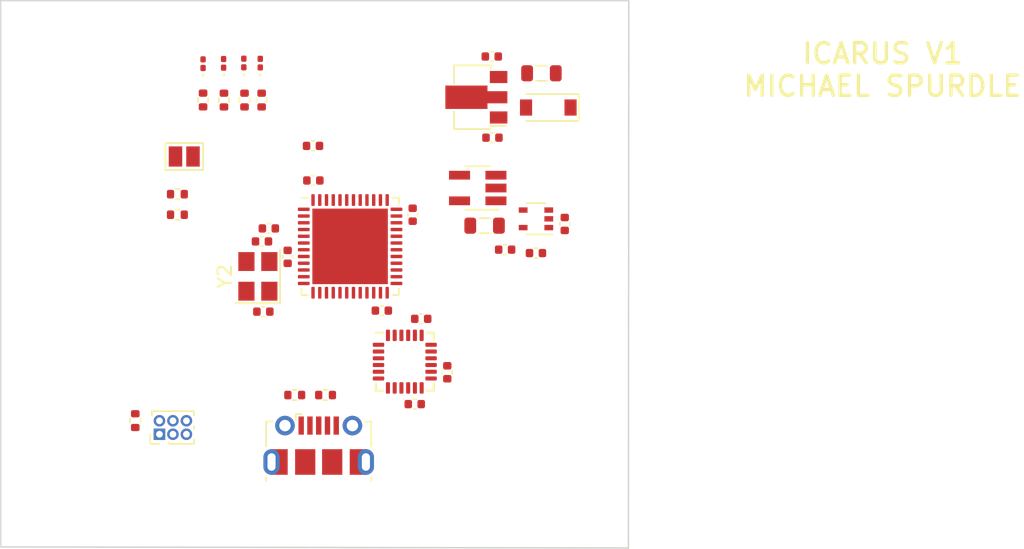
<source format=kicad_pcb>
(kicad_pcb (version 20211014) (generator pcbnew)
  (layers (0 "F.Cu" signal) (1 "In1.Cu" signal) (2 "In2.Cu" signal) (31 "B.Cu" signal) (34 "B.Paste" user) (35 "F.Paste" user) (36 "B.SilkS" user "B.Silkscreen") (37 "F.SilkS" user "F.Silkscreen") (38 "B.Mask" user) (39 "F.Mask" user) (44 "Edge.Cuts" user))
  (net 0 "")
  (net 1 "Net-(C1-Pad1)")
  (net 2 "GND")
  (net 3 "Net-(C2-Pad1)")
  (net 4 "Net-(C3-Pad1)")
  (net 5 "3.3V")
  (net 6 "5V")
  (net 7 "Net-(C6-Pad1)")
  (net 8 "Net-(C7-Pad1)")
  (net 9 "Net-(C8-Pad1)")
  (net 10 "HSE_IN")
  (net 11 "RESET")
  (net 12 "HSE_OUT")
  (net 13 "Net-(D1-Pad1)")
  (net 14 "VCC")
  (net 15 "+5VA")
  (net 16 "Net-(D3-Pad2)")
  (net 17 "Net-(D4-Pad2)")
  (net 18 "Net-(D5-Pad2)")
  (net 19 "Net-(D6-Pad2)")
  (net 20 "Net-(F1-Pad2)")
  (net 21 "Net-(J1-Pad2)")
  (net 22 "SWCLK")
  (net 23 "SWO")
  (net 24 "Net-(J2-Pad2)")
  (net 25 "Net-(J2-Pad3)")
  (net 27 "SWDIO")
  (net 28 "USB D+")
  (net 29 "USB D-")
  (net 30 "Net-(R4-Pad1)")
  (net 31 "Net-(R7-Pad2)")
  (net 32 "LED0")
  (net 33 "LED1")
  (net 36 "NSS")
  (net 37 "MISO")
  (net 38 "MPU EXTI")
  (net 39 "SCLK")
  (net 40 "MOSI")
  (net 41 "ENABLE")
  (net 43 "NRST")
  (net 46 "TX2")
  (net 47 "RX2")
  (net 51 "NSS2")
  (net 52 "MISO2")
  (net 53 "MOSI2")
  (net 55 "TX")
  (net 56 "RX")
  (net 63 "SERIAL TIMER")
  (footprint "Capacitor_SMD:C_0402_1005Metric" (layer "F.Cu") (at 170.5356 88.0364 180)
    (fp_text reference "C5" hide)
    (fp_text value "0.1u" hide)
    (fp_line (start -0.107836 0.36) (end 0.107836 0.36) (layer "F.SilkS") (width 0.12))
    (fp_line (start -0.107836 -0.36) (end 0.107836 -0.36) (layer "F.SilkS") (width 0.12))
    (pad "1" smd roundrect (at -0.48 0 180) (size 0.56 0.62) (layers "F.Cu" "F.Paste" "F.Mask") (net 6 "5V"))
    (pad "2" smd roundrect (at 0.48 0 180) (size 0.56 0.62) (layers "F.Cu" "F.Paste" "F.Mask") (net 2 "GND"))
  )
  (footprint "Capacitor_SMD:C_0402_1005Metric" (layer "F.Cu") (at 167.1828 105.4354 -90)
    (fp_text reference "C4" hide)
    (fp_text value "0.1u" hide)
    (fp_line (start -0.107836 -0.36) (end 0.107836 -0.36) (layer "F.SilkS") (width 0.12))
    (fp_line (start -0.107836 0.36) (end 0.107836 0.36) (layer "F.SilkS") (width 0.12))
    (pad "1" smd roundrect (at -0.48 0 270) (size 0.56 0.62) (layers "F.Cu" "F.Paste" "F.Mask") (net 2 "GND"))
    (pad "2" smd roundrect (at 0.48 0 270) (size 0.56 0.62) (layers "F.Cu" "F.Paste" "F.Mask") (net 5 "3.3V"))
  )
  (footprint "Resistor_SMD:R_0402_1005Metric" (layer "F.Cu") (at 152.146 85.2468 90)
    (fp_text reference "R11" hide)
    (fp_text value "1.2k" hide)
    (fp_line (start -0.153641 0.38) (end 0.153641 0.38) (layer "F.SilkS") (width 0.12))
    (fp_line (start -0.153641 -0.38) (end 0.153641 -0.38) (layer "F.SilkS") (width 0.12))
    (pad "1" smd roundrect (at -0.51 0 90) (size 0.54 0.64) (layers "F.Cu" "F.Paste" "F.Mask") (net 6 "5V"))
    (pad "2" smd roundrect (at 0.51 0 90) (size 0.54 0.64) (layers "F.Cu" "F.Paste" "F.Mask") (net 19 "Net-(D6-Pad2)"))
  )
  (footprint "Resistor_SMD:R_0402_1005Metric" (layer "F.Cu") (at 149.0726 85.2424 90)
    (fp_text reference "R9" hide)
    (fp_text value "1.2k" hide)
    (fp_line (start -0.153641 -0.38) (end 0.153641 -0.38) (layer "F.SilkS") (width 0.12))
    (fp_line (start -0.153641 0.38) (end 0.153641 0.38) (layer "F.SilkS") (width 0.12))
    (pad "1" smd roundrect (at -0.51 0 90) (size 0.54 0.64) (layers "F.Cu" "F.Paste" "F.Mask") (net 33 "LED1"))
    (pad "2" smd roundrect (at 0.51 0 90) (size 0.54 0.64) (layers "F.Cu" "F.Paste" "F.Mask") (net 17 "Net-(D4-Pad2)"))
  )
  (footprint "Resistor_SMD:R_0402_1005Metric" (layer "F.Cu") (at 150.622 85.2468 90)
    (fp_text reference "R10" hide)
    (fp_text value "1.2k" hide)
    (fp_line (start -0.153641 0.38) (end 0.153641 0.38) (layer "F.SilkS") (width 0.12))
    (fp_line (start -0.153641 -0.38) (end 0.153641 -0.38) (layer "F.SilkS") (width 0.12))
    (pad "1" smd roundrect (at -0.51 0 90) (size 0.54 0.64) (layers "F.Cu" "F.Paste" "F.Mask") (net 5 "3.3V"))
    (pad "2" smd roundrect (at 0.51 0 90) (size 0.54 0.64) (layers "F.Cu" "F.Paste" "F.Mask") (net 18 "Net-(D5-Pad2)"))
  )
  (footprint "Resistor_SMD:R_0402_1005Metric" (layer "F.Cu") (at 153.416 85.2468 90)
    (fp_text reference "R8" hide)
    (fp_text value "1.2k" hide)
    (fp_line (start -0.153641 -0.38) (end 0.153641 -0.38) (layer "F.SilkS") (width 0.12))
    (fp_line (start -0.153641 0.38) (end 0.153641 0.38) (layer "F.SilkS") (width 0.12))
    (pad "1" smd roundrect (at -0.51 0 90) (size 0.54 0.64) (layers "F.Cu" "F.Paste" "F.Mask") (net 32 "LED0"))
    (pad "2" smd roundrect (at 0.51 0 90) (size 0.54 0.64) (layers "F.Cu" "F.Paste" "F.Mask") (net 16 "Net-(D3-Pad2)"))
  )
  (footprint "Capacitor_SMD:C_0402_1005Metric" (layer "F.Cu") (at 175.895 94.4372 90)
    (fp_text reference "C8" hide)
    (fp_text value "1u" hide)
    (fp_line (start -0.107836 0.36) (end 0.107836 0.36) (layer "F.SilkS") (width 0.12))
    (fp_line (start -0.107836 -0.36) (end 0.107836 -0.36) (layer "F.SilkS") (width 0.12))
    (pad "1" smd roundrect (at -0.48 0 90) (size 0.56 0.62) (layers "F.Cu" "F.Paste" "F.Mask") (net 9 "Net-(C8-Pad1)"))
    (pad "2" smd roundrect (at 0.48 0 90) (size 0.56 0.62) (layers "F.Cu" "F.Paste" "F.Mask") (net 2 "GND"))
  )
  (footprint "LED_SMD:LED_0201_0603Metric" (layer "F.Cu") (at 150.5966 82.5246 90)
    (fp_text reference "D5" hide)
    (fp_text value "3.3V" hide)
    (fp_circle (center -0.86 0) (end -0.81 0) (layer "F.SilkS") (width 0.1) (fill none))
    (pad "1" smd roundrect (at -0.32 0 90) (size 0.46 0.4) (layers "F.Cu" "F.Mask") (net 2 "GND"))
    (pad "2" smd roundrect (at 0.32 0 90) (size 0.46 0.4) (layers "F.Cu" "F.Mask") (net 18 "Net-(D5-Pad2)"))
  )
  (footprint "Crystal:Crystal_SMD_3225-4Pin_3.2x2.5mm" (layer "F.Cu") (at 153.1366 98.3234 90)
    (fp_text reference "Y2" (at 0 -2.45 90) (layer "F.SilkS"))
    (fp_text value "YSX321SL")
    (fp_line (start -2 1.65) (end 2 1.65) (layer "F.SilkS") (width 0.12))
    (fp_line (start -2 -1.65) (end -2 1.65) (layer "F.SilkS") (width 0.12))
    (pad "1" smd rect (at -1.1 0.85 90) (size 1.4 1.2) (layers "F.Cu" "F.Paste" "F.Mask") (net 10 "HSE_IN"))
    (pad "2" smd rect (at 1.1 0.85 90) (size 1.4 1.2) (layers "F.Cu" "F.Paste" "F.Mask") (net 12 "HSE_OUT"))
    (pad "3" smd rect (at 1.1 -0.85 90) (size 1.4 1.2) (layers "F.Cu" "F.Paste" "F.Mask"))
    (pad "4" smd rect (at -1.1 -0.85 90) (size 1.4 1.2) (layers "F.Cu" "F.Paste" "F.Mask"))
  )
  (footprint "Resistor_SMD:R_0402_1005Metric" (layer "F.Cu") (at 155.8704 107.1247)
    (fp_text reference "R3" hide)
    (fp_text value "22" hide)
    (fp_line (start -0.153641 0.38) (end 0.153641 0.38) (layer "F.SilkS") (width 0.12))
    (fp_line (start -0.153641 -0.38) (end 0.153641 -0.38) (layer "F.SilkS") (width 0.12))
    (pad "1" smd roundrect (at -0.51 0) (size 0.54 0.64) (layers "F.Cu" "F.Paste" "F.Mask") (net 24 "Net-(J2-Pad2)"))
    (pad "2" smd roundrect (at 0.51 0) (size 0.54 0.64) (layers "F.Cu" "F.Paste" "F.Mask") (net 29 "USB D-"))
  )
  (footprint "Capacitor_SMD:C_0402_1005Metric" (layer "F.Cu") (at 157.2514 91.2114)
    (fp_text reference "C14" hide)
    (fp_text value "100n" hide)
    (fp_line (start -0.107836 -0.36) (end 0.107836 -0.36) (layer "F.SilkS") (width 0.12))
    (fp_line (start -0.107836 0.36) (end 0.107836 0.36) (layer "F.SilkS") (width 0.12))
    (pad "1" smd roundrect (at -0.48 0) (size 0.56 0.62) (layers "F.Cu" "F.Paste" "F.Mask") (net 5 "3.3V"))
    (pad "2" smd roundrect (at 0.48 0) (size 0.56 0.62) (layers "F.Cu" "F.Paste" "F.Mask") (net 2 "GND"))
  )
  (footprint "Package_DFN_QFN:QFN-48-1EP_7x7mm_P0.5mm_EP5.6x5.6mm" (layer "F.Cu") (at 159.9774 96.0994)
    (fp_text reference "U4" hide)
    (fp_text value "STM32F411CEU6" hide)
    (fp_line (start 3.135 3.61) (end 3.61 3.61) (layer "F.SilkS") (width 0.12))
    (fp_line (start -3.135 -3.61) (end -3.61 -3.61) (layer "F.SilkS") (width 0.12))
    (fp_line (start 3.135 -3.61) (end 3.61 -3.61) (layer "F.SilkS") (width 0.12))
    (fp_line (start -3.61 3.61) (end -3.61 3.135) (layer "F.SilkS") (width 0.12))
    (fp_line (start -3.135 3.61) (end -3.61 3.61) (layer "F.SilkS") (width 0.12))
    (fp_line (start 3.61 3.61) (end 3.61 3.135) (layer "F.SilkS") (width 0.12))
    (fp_line (start 3.61 -3.61) (end 3.61 -3.135) (layer "F.SilkS") (width 0.12))
    (pad "1" smd roundrect (at -3.4375 -2.75) (size 0.875 0.25) (layers "F.Cu" "F.Paste" "F.Mask") (net 5 "3.3V"))
    (pad "2" smd roundrect (at -3.4375 -2.25) (size 0.875 0.25) (layers "F.Cu" "F.Paste" "F.Mask") (net 32 "LED0"))
    (pad "3" smd roundrect (at -3.4375 -1.75) (size 0.875 0.25) (layers "F.Cu" "F.Paste" "F.Mask") (net 33 "LED1"))
    (pad "4" smd roundrect (at -3.4375 -1.25) (size 0.875 0.25) (layers "F.Cu" "F.Paste" "F.Mask"))
    (pad "5" smd roundrect (at -3.4375 -0.75) (size 0.875 0.25) (layers "F.Cu" "F.Paste" "F.Mask") (net 10 "HSE_IN"))
    (pad "6" smd roundrect (at -3.4375 -0.25) (size 0.875 0.25) (layers "F.Cu" "F.Paste" "F.Mask") (net 12 "HSE_OUT"))
    (pad "7" smd roundrect (at -3.4375 0.25) (size 0.875 0.25) (layers "F.Cu" "F.Paste" "F.Mask") (net 43 "NRST"))
    (pad "8" smd roundrect (at -3.4375 0.75) (size 0.875 0.25) (layers "F.Cu" "F.Paste" "F.Mask") (net 2 "GND"))
    (pad "9" smd roundrect (at -3.4375 1.25) (size 0.875 0.25) (layers "F.Cu" "F.Paste" "F.Mask") (net 5 "3.3V"))
    (pad "10" smd roundrect (at -3.4375 1.75) (size 0.875 0.25) (layers "F.Cu" "F.Paste" "F.Mask"))
    (pad "11" smd roundrect (at -3.4375 2.25) (size 0.875 0.25) (layers "F.Cu" "F.Paste" "F.Mask"))
    (pad "12" smd roundrect (at -3.4375 2.75) (size 0.875 0.25) (layers "F.Cu" "F.Paste" "F.Mask") (net 46 "TX2"))
    (pad "13" smd roundrect (at -2.75 3.4375) (size 0.25 0.875) (layers "F.Cu" "F.Paste" "F.Mask") (net 47 "RX2"))
    (pad "14" smd roundrect (at -2.25 3.4375) (size 0.25 0.875) (layers "F.Cu" "F.Paste" "F.Mask") (net 36 "NSS"))
    (pad "15" smd roundrect (at -1.75 3.4375) (size 0.25 0.875) (layers "F.Cu" "F.Paste" "F.Mask") (net 39 "SCLK"))
    (pad "16" smd roundrect (at -1.25 3.4375) (size 0.25 0.875) (layers "F.Cu" "F.Paste" "F.Mask") (net 37 "MISO"))
    (pad "17" smd roundrect (at -0.75 3.4375) (size 0.25 0.875) (layers "F.Cu" "F.Paste" "F.Mask") (net 40 "MOSI"))
    (pad "18" smd roundrect (at -0.25 3.4375) (size 0.25 0.875) (layers "F.Cu" "F.Paste" "F.Mask") (net 38 "MPU EXTI"))
    (pad "19" smd roundrect (at 0.25 3.4375) (size 0.25 0.875) (layers "F.Cu" "F.Paste" "F.Mask"))
    (pad "20" smd roundrect (at 0.75 3.4375) (size 0.25 0.875) (layers "F.Cu" "F.Paste" "F.Mask"))
    (pad "21" smd roundrect (at 1.25 3.4375) (size 0.25 0.875) (layers "F.Cu" "F.Paste" "F.Mask"))
    (pad "22" smd roundrect (at 1.75 3.4375) (size 0.25 0.875) (layers "F.Cu" "F.Paste" "F.Mask") (net 7 "Net-(C6-Pad1)"))
    (pad "23" smd roundrect (at 2.25 3.4375) (size 0.25 0.875) (layers "F.Cu" "F.Paste" "F.Mask") (net 2 "GND"))
    (pad "24" smd roundrect (at 2.75 3.4375) (size 0.25 0.875) (layers "F.Cu" "F.Paste" "F.Mask") (net 5 "3.3V"))
    (pad "25" smd roundrect (at 3.4375 2.75) (size 0.875 0.25) (layers "F.Cu" "F.Paste" "F.Mask") (net 51 "NSS2"))
    (pad "26" smd roundrect (at 3.4375 2.25) (size 0.875 0.25) (layers "F.Cu" "F.Paste" "F.Mask") (net 51 "NSS2"))
    (pad "27" smd roundrect (at 3.4375 1.75) (size 0.875 0.25) (layers "F.Cu" "F.Paste" "F.Mask") (net 52 "MISO2"))
    (pad "28" smd roundrect (at 3.4375 1.25) (size 0.875 0.25) (layers "F.Cu" "F.Paste" "F.Mask") (net 53 "MOSI2"))
    (pad "29" smd roundrect (at 3.4375 0.75) (size 0.875 0.25) (layers "F.Cu" "F.Paste" "F.Mask"))
    (pad "30" smd roundrect (at 3.4375 0.25) (size 0.875 0.25) (layers "F.Cu" "F.Paste" "F.Mask") (net 55 "TX"))
    (pad "31" smd roundrect (at 3.4375 -0.25) (size 0.875 0.25) (layers "F.Cu" "F.Paste" "F.Mask") (net 56 "RX"))
    (pad "32" smd roundrect (at 3.4375 -0.75) (size 0.875 0.25) (layers "F.Cu" "F.Paste" "F.Mask") (net 29 "USB D-"))
    (pad "33" smd roundrect (at 3.4375 -1.25) (size 0.875 0.25) (layers "F.Cu" "F.Paste" "F.Mask") (net 28 "USB D+"))
    (pad "34" smd roundrect (at 3.4375 -1.75) (size 0.875 0.25) (layers "F.Cu" "F.Paste" "F.Mask") (net 27 "SWDIO"))
    (pad "35" smd roundrect (at 3.4375 -2.25) (size 0.875 0.25) (layers "F.Cu" "F.Paste" "F.Mask") (net 2 "GND"))
    (pad "36" smd roundrect (at 3.4375 -2.75) (size 0.875 0.25) (layers "F.Cu" "F.Paste" "F.Mask") (net 5 "3.3V"))
    (pad "37" smd roundrect (at 2.75 -3.4375) (size 0.25 0.875) (layers "F.Cu" "F.Paste" "F.Mask") (net 22 "SWCLK"))
    (pad "38" smd roundrect (at 2.25 -3.4375) (size 0.25 0.875) (layers "F.Cu" "F.Paste" "F.Mask"))
    (pad "39" smd roundrect (at 1.75 -3.4375) (size 0.25 0.875) (layers "F.Cu" "F.Paste" "F.Mask") (net 23 "SWO"))
    (pad "40" smd roundrect (at 1.25 -3.4375) (size 0.25 0.875) (layers "F.Cu" "F.Paste" "F.Mask"))
    (pad "41" smd roundrect (at 0.75 -3.4375) (size 0.25 0.875) (layers "F.Cu" "F.Paste" "F.Mask"))
    (pad "42" smd roundrect (at 0.25 -3.4375) (size 0.25 0.875) (layers "F.Cu" "F.Paste" "F.Mask"))
    (pad "43" smd roundrect (at -0.25 -3.4375) (size 0.25 0.875) (layers "F.Cu" "F.Paste" "F.Mask"))
    (pad "44" smd roundrect (at -0.75 -3.4375) (size 0.25 0.875) (layers "F.Cu" "F.Paste" "F.Mask") (net 31 "Net-(R7-Pad2)"))
    (pad "45" smd roundrect (at -1.25 -3.4375) (size 0.25 0.875) (layers "F.Cu" "F.Paste" "F.Mask"))
    (pad "46" smd roundrect (at -1.75 -3.4375) (size 0.25 0.875) (layers "F.Cu" "F.Paste" "F.Mask") (net 63 "SERIAL TIMER"))
    (pad "47" smd roundrect (at -2.25 -3.4375) (size 0.25 0.875) (layers "F.Cu" "F.Paste" "F.Mask") (net 2 "GND"))
    (pad "48" smd roundrect (at -2.75 -3.4375) (size 0.25 0.875) (layers "F.Cu" "F.Paste" "F.Mask") (net 5 "3.3V"))
    (pad "49" smd rect (at 0 0) (size 5.6 5.6) (layers "F.Cu" "F.Mask") (net 2 "GND"))
  )
  (footprint "Capacitor_SMD:C_0402_1005Metric" (layer "F.Cu") (at 162.3314 100.8634 180)
    (fp_text reference "C13" hide)
    (fp_text value "100n" hide)
    (fp_line (start -0.107836 0.36) (end 0.107836 0.36) (layer "F.SilkS") (width 0.12))
    (fp_line (start -0.107836 -0.36) (end 0.107836 -0.36) (layer "F.SilkS") (width 0.12))
    (pad "1" smd roundrect (at -0.48 0 180) (size 0.56 0.62) (layers "F.Cu" "F.Paste" "F.Mask") (net 5 "3.3V"))
    (pad "2" smd roundrect (at 0.48 0 180) (size 0.56 0.62) (layers "F.Cu" "F.Paste" "F.Mask") (net 2 "GND"))
  )
  (footprint "Inductor_SMD:L_0805_2012Metric" (layer "F.Cu") (at 174.1678 83.2612 180)
    (fp_text reference "FB1" hide)
    (fp_text value "GZ2012D101TF" hide)
    (fp_line (start -0.399622 -0.56) (end 0.399622 -0.56) (layer "F.SilkS") (width 0.12))
    (fp_line (start -0.399622 0.56) (end 0.399622 0.56) (layer "F.SilkS") (width 0.12))
    (pad "1" smd roundrect (at -1.0625 0 180) (size 0.875 1.2) (layers "F.Cu" "F.Paste" "F.Mask") (net 20 "Net-(F1-Pad2)"))
    (pad "2" smd roundrect (at 1.0625 0 180) (size 0.875 1.2) (layers "F.Cu" "F.Paste" "F.Mask") (net 1 "Net-(C1-Pad1)"))
  )
  (footprint "Jumper:SolderJumper-2_P1.3mm_Open_Pad1.0x1.5mm" (layer "F.Cu") (at 147.6756 89.4334)
    (fp_text reference "SW1" hide)
    (fp_text value "SW_SPST" hide)
    (fp_line (start 1.4 1) (end -1.4 1) (layer "F.SilkS") (width 0.12))
    (fp_line (start 1.4 -1) (end 1.4 1) (layer "F.SilkS") (width 0.12))
    (fp_line (start -1.4 -1) (end 1.4 -1) (layer "F.SilkS") (width 0.12))
    (fp_line (start -1.4 1) (end -1.4 -1) (layer "F.SilkS") (width 0.12))
    (pad "1" smd rect (at -0.65 0) (size 1 1.5) (layers "F.Cu" "F.Mask") (net 30 "Net-(R4-Pad1)"))
    (pad "2" smd rect (at 0.65 0) (size 1 1.5) (layers "F.Cu" "F.Mask") (net 5 "3.3V"))
  )
  (footprint "Resistor_SMD:R_0402_1005Metric" (layer "F.Cu") (at 158.1564 107.1247)
    (fp_text reference "R2" hide)
    (fp_text value "22" hide)
    (fp_line (start -0.153641 -0.38) (end 0.153641 -0.38) (layer "F.SilkS") (width 0.12))
    (fp_line (start -0.153641 0.38) (end 0.153641 0.38) (layer "F.SilkS") (width 0.12))
    (pad "1" smd roundrect (at -0.51 0) (size 0.54 0.64) (layers "F.Cu" "F.Paste" "F.Mask") (net 25 "Net-(J2-Pad3)"))
    (pad "2" smd roundrect (at 0.51 0) (size 0.54 0.64) (layers "F.Cu" "F.Paste" "F.Mask") (net 28 "USB D+"))
  )
  (footprint "Connector_USB:USB_Micro-B_Molex-105017-0001" (layer "F.Cu") (at 157.6484 110.8527)
    (fp_text reference "J2" hide)
    (fp_text value "USB_B_Micro" hide)
    (fp_line (start -1.7 -2.3125) (end -1.25 -2.3125) (layer "F.SilkS") (width 0.12))
    (fp_line (start 3.9 2.6375) (end 3.9 2.3875) (layer "F.SilkS") (width 0.12))
    (fp_line (start 3.9 0.0875) (end 3.9 -1.7625) (layer "F.SilkS") (width 0.12))
    (fp_line (start -1.7 -2.3125) (end -1.7 -1.8625) (layer "F.SilkS") (width 0.12))
    (fp_line (start -3.9 -1.7625) (end -3.45 -1.7625) (layer "F.SilkS") (width 0.12))
    (fp_line (start -3.9 0.0875) (end -3.9 -1.7625) (layer "F.SilkS") (width 0.12))
    (fp_line (start -3.9 2.6375) (end -3.9 2.3875) (layer "F.SilkS") (width 0.12))
    (fp_line (start 3.9 -1.7625) (end 3.45 -1.7625) (layer "F.SilkS") (width 0.12))
    (pad "1" smd rect (at -1.3 -1.4625) (size 0.4 1.35) (layers "F.Cu" "F.Paste" "F.Mask") (net 15 "+5VA"))
    (pad "2" smd rect (at -0.65 -1.4625) (size 0.4 1.35) (layers "F.Cu" "F.Paste" "F.Mask") (net 24 "Net-(J2-Pad2)"))
    (pad "3" smd rect (at 0 -1.4625) (size 0.4 1.35) (layers "F.Cu" "F.Paste" "F.Mask") (net 25 "Net-(J2-Pad3)"))
    (pad "4" smd rect (at 0.65 -1.4625) (size 0.4 1.35) (layers "F.Cu" "F.Paste" "F.Mask"))
    (pad "5" smd rect (at 1.3 -1.4625) (size 0.4 1.35) (layers "F.Cu" "F.Paste" "F.Mask") (net 2 "GND"))
    (pad "6" thru_hole oval (at 3.5 1.2375) (size 1.2 1.9) (drill oval 0.6 1.3) (layers *.Cu *.Mask) (net 2 "GND"))
    (pad "6" smd rect (at 2.9 1.2375) (size 1.2 1.9) (layers "F.Cu" "F.Mask") (net 2 "GND"))
    (pad "6" smd rect (at -1 1.2375) (size 1.5 1.9) (layers "F.Cu" "F.Paste" "F.Mask") (net 2 "GND"))
    (pad "6" smd rect (at -2.9 1.2375) (size 1.2 1.9) (layers "F.Cu" "F.Mask") (net 2 "GND"))
    (pad "6" thru_hole circle (at 2.5 -1.4625) (size 1.45 1.45) (drill 0.85) (layers *.Cu *.Mask) (net 2 "GND"))
    (pad "6" thru_hole circle (at -2.5 -1.4625) (size 1.45 1.45) (drill 0.85) (layers *.Cu *.Mask) (net 2 "GND"))
    (pad "6" thru_hole oval (at -3.5 1.2375 180) (size 1.2 1.9) (drill oval 0.6 1.3) (layers *.Cu *.Mask) (net 2 "GND"))
    (pad "6" smd rect (at 1 1.2375) (size 1.5 1.9) (layers "F.Cu" "F.Paste" "F.Mask") (net 2 "GND"))
  )
  (footprint "Resistor_SMD:R_0402_1005Metric" (layer "F.Cu") (at 147.1676 92.2274)
    (fp_text reference "R7" hide)
    (fp_text value "47k" hide)
    (fp_line (start -0.153641 0.38) (end 0.153641 0.38) (layer "F.SilkS") (width 0.12))
    (fp_line (start -0.153641 -0.38) (end 0.153641 -0.38) (layer "F.SilkS") (width 0.12))
    (pad "1" smd roundrect (at -0.51 0) (size 0.54 0.64) (layers "F.Cu" "F.Paste" "F.Mask") (net 30 "Net-(R4-Pad1)"))
    (pad "2" smd roundrect (at 0.51 0) (size 0.54 0.64) (layers "F.Cu" "F.Paste" "F.Mask") (net 31 "Net-(R7-Pad2)"))
  )
  (footprint "Capacitor_SMD:C_0402_1005Metric" (layer "F.Cu") (at 165.2524 101.473)
    (fp_text reference "C3" hide)
    (fp_text value "2.2n" hide)
    (fp_line (start -0.107836 0.36) (end 0.107836 0.36) (layer "F.SilkS") (width 0.12))
    (fp_line (start -0.107836 -0.36) (end 0.107836 -0.36) (layer "F.SilkS") (width 0.12))
    (pad "1" smd roundrect (at -0.48 0) (size 0.56 0.62) (layers "F.Cu" "F.Paste" "F.Mask") (net 4 "Net-(C3-Pad1)"))
    (pad "2" smd roundrect (at 0.48 0) (size 0.56 0.62) (layers "F.Cu" "F.Paste" "F.Mask") (net 2 "GND"))
  )
  (footprint "Capacitor_SMD:C_0402_1005Metric" (layer "F.Cu") (at 173.7614 96.5962 180)
    (fp_text reference "C7" hide)
    (fp_text value "10u" hide)
    (fp_line (start -0.107836 -0.36) (end 0.107836 -0.36) (layer "F.SilkS") (width 0.12))
    (fp_line (start -0.107836 0.36) (end 0.107836 0.36) (layer "F.SilkS") (width 0.12))
    (pad "1" smd roundrect (at -0.48 0 180) (size 0.56 0.62) (layers "F.Cu" "F.Paste" "F.Mask") (net 8 "Net-(C7-Pad1)"))
    (pad "2" smd roundrect (at 0.48 0 180) (size 0.56 0.62) (layers "F.Cu" "F.Paste" "F.Mask") (net 2 "GND"))
  )
  (footprint "Resistor_SMD:R_0402_1005Metric" (layer "F.Cu") (at 147.1676 93.7514)
    (fp_text reference "R4" hide)
    (fp_text value "47k" hide)
    (fp_line (start -0.153641 0.38) (end 0.153641 0.38) (layer "F.SilkS") (width 0.12))
    (fp_line (start -0.153641 -0.38) (end 0.153641 -0.38) (layer "F.SilkS") (width 0.12))
    (pad "1" smd roundrect (at -0.51 0) (size 0.54 0.64) (layers "F.Cu" "F.Paste" "F.Mask") (net 30 "Net-(R4-Pad1)"))
    (pad "2" smd roundrect (at 0.51 0) (size 0.54 0.64) (layers "F.Cu" "F.Paste" "F.Mask") (net 2 "GND"))
  )
  (footprint "Diode_SMD:D_SOD-123" (layer "F.Cu") (at 174.6758 85.8012 180)
    (fp_text reference "D1" hide)
    (fp_text value "B5819W" hide)
    (fp_line (start -2.25 -1) (end -2.25 1) (layer "F.SilkS") (width 0.12))
    (fp_line (start -2.25 1) (end 1.65 1) (layer "F.SilkS") (width 0.12))
    (fp_line (start -2.25 -1) (end 1.65 -1) (layer "F.SilkS") (width 0.12))
    (pad "1" smd rect (at -1.65 0 180) (size 0.9 1.2) (layers "F.Cu" "F.Paste" "F.Mask") (net 13 "Net-(D1-Pad1)"))
    (pad "2" smd rect (at 1.65 0 180) (size 0.9 1.2) (layers "F.Cu" "F.Paste" "F.Mask") (net 14 "VCC"))
  )
  (footprint "Capacitor_SMD:C_0402_1005Metric" (layer "F.Cu") (at 153.543 100.9396 180)
    (fp_text reference "C15" hide)
    (fp_text value "20p" hide)
    (fp_line (start -0.107836 0.36) (end 0.107836 0.36) (layer "F.SilkS") (width 0.12))
    (fp_line (start -0.107836 -0.36) (end 0.107836 -0.36) (layer "F.SilkS") (width 0.12))
    (pad "1" smd roundrect (at -0.48 0 180) (size 0.56 0.62) (layers "F.Cu" "F.Paste" "F.Mask") (net 10 "HSE_IN"))
    (pad "2" smd roundrect (at 0.48 0 180) (size 0.56 0.62) (layers "F.Cu" "F.Paste" "F.Mask") (net 2 "GND"))
  )
  (footprint "Package_TO_SOT_SMD:SOT-353_SC-70-5" (layer "F.Cu") (at 173.7614 94.0562 180)
    (fp_text reference "U3" hide)
    (fp_text value "MIC5253 " hide)
    (fp_line (start -0.7 1.16) (end 0.7 1.16) (layer "F.SilkS") (width 0.12))
    (fp_line (start 0.7 -1.16) (end -1.2 -1.16) (layer "F.SilkS") (width 0.12))
    (pad "1" smd rect (at -0.95 -0.65 180) (size 0.65 0.4) (layers "F.Cu" "F.Paste" "F.Mask") (net 9 "Net-(C8-Pad1)"))
    (pad "2" smd rect (at -0.95 0 180) (size 0.65 0.4) (layers "F.Cu" "F.Paste" "F.Mask") (net 2 "GND"))
    (pad "3" smd rect (at -0.95 0.65 180) (size 0.65 0.4) (layers "F.Cu" "F.Paste" "F.Mask") (net 41 "ENABLE"))
    (pad "4" smd rect (at 0.95 0.65 180) (size 0.65 0.4) (layers "F.Cu" "F.Paste" "F.Mask") (net 8 "Net-(C7-Pad1)"))
    (pad "5" smd rect (at 0.95 -0.65 180) (size 0.65 0.4) (layers "F.Cu" "F.Paste" "F.Mask") (net 5 "3.3V"))
  )
  (footprint "Capacitor_SMD:C_0402_1005Metric" (layer "F.Cu") (at 153.9494 94.7674)
    (fp_text reference "C6" hide)
    (fp_text value "4.7u" hide)
    (fp_line (start -0.107836 0.36) (end 0.107836 0.36) (layer "F.SilkS") (width 0.12))
    (fp_line (start -0.107836 -0.36) (end 0.107836 -0.36) (layer "F.SilkS") (width 0.12))
    (pad "1" smd roundrect (at -0.48 0) (size 0.56 0.62) (layers "F.Cu" "F.Paste" "F.Mask") (net 7 "Net-(C6-Pad1)"))
    (pad "2" smd roundrect (at 0.48 0) (size 0.56 0.62) (layers "F.Cu" "F.Paste" "F.Mask") (net 2 "GND"))
  )
  (footprint "Capacitor_SMD:C_0402_1005Metric" (layer "F.Cu") (at 153.4414 95.7326 180)
    (fp_text reference "C22" hide)
    (fp_text value "20p" hide)
    (fp_line (start -0.107836 0.36) (end 0.107836 0.36) (layer "F.SilkS") (width 0.12))
    (fp_line (start -0.107836 -0.36) (end 0.107836 -0.36) (layer "F.SilkS") (width 0.12))
    (pad "1" smd roundrect (at -0.48 0 180) (size 0.56 0.62) (layers "F.Cu" "F.Paste" "F.Mask") (net 12 "HSE_OUT"))
    (pad "2" smd roundrect (at 0.48 0 180) (size 0.56 0.62) (layers "F.Cu" "F.Paste" "F.Mask") (net 2 "GND"))
  )
  (footprint "Capacitor_SMD:C_0402_1005Metric" (layer "F.Cu") (at 164.7698 107.7976)
    (fp_text reference "C2" hide)
    (fp_text value "0.1u" hide)
    (fp_line (start -0.107836 0.36) (end 0.107836 0.36) (layer "F.SilkS") (width 0.12))
    (fp_line (start -0.107836 -0.36) (end 0.107836 -0.36) (layer "F.SilkS") (width 0.12))
    (pad "1" smd roundrect (at -0.48 0) (size 0.56 0.62) (layers "F.Cu" "F.Paste" "F.Mask") (net 3 "Net-(C2-Pad1)"))
    (pad "2" smd roundrect (at 0.48 0) (size 0.56 0.62) (layers "F.Cu" "F.Paste" "F.Mask") (net 2 "GND"))
  )
  (footprint "Inductor_SMD:L_0805_2012Metric" (layer "F.Cu") (at 169.9514 94.5642 180)
    (fp_text reference "FB2" hide)
    (fp_text value "GZ2012D101TF" hide)
    (fp_line (start -0.399622 -0.56) (end 0.399622 -0.56) (layer "F.SilkS") (width 0.12))
    (fp_line (start -0.399622 0.56) (end 0.399622 0.56) (layer "F.SilkS") (width 0.12))
    (pad "1" smd roundrect (at -1.0625 0 180) (size 0.875 1.2) (layers "F.Cu" "F.Paste" "F.Mask") (net 11 "RESET"))
    (pad "2" smd roundrect (at 1.0625 0 180) (size 0.875 1.2) (layers "F.Cu" "F.Paste" "F.Mask") (net 9 "Net-(C8-Pad1)"))
  )
  (footprint "LED_SMD:LED_0201_0603Metric" (layer "F.Cu") (at 153.3144 82.5087 90)
    (fp_text reference "D3" hide)
    (fp_text value "GYRO" hide)
    (fp_circle (center -0.86 0) (end -0.81 0) (layer "F.SilkS") (width 0.1) (fill none))
    (pad "1" smd roundrect (at -0.32 0 90) (size 0.46 0.4) (layers "F.Cu" "F.Mask") (net 2 "GND"))
    (pad "2" smd roundrect (at 0.32 0 90) (size 0.46 0.4) (layers "F.Cu" "F.Mask") (net 16 "Net-(D3-Pad2)"))
  )
  (footprint "Capacitor_SMD:C_0402_1005Metric" (layer "F.Cu") (at 164.6174 93.7514 90)
    (fp_text reference "C11" hide)
    (fp_text value "100n" hide)
    (fp_line (start -0.107836 -0.36) (end 0.107836 -0.36) (layer "F.SilkS") (width 0.12))
    (fp_line (start -0.107836 0.36) (end 0.107836 0.36) (layer "F.SilkS") (width 0.12))
    (pad "1" smd roundrect (at -0.48 0 90) (size 0.56 0.62) (layers "F.Cu" "F.Paste" "F.Mask") (net 5 "3.3V"))
    (pad "2" smd roundrect (at 0.48 0 90) (size 0.56 0.62) (layers "F.Cu" "F.Paste" "F.Mask") (net 2 "GND"))
  )
  (footprint "Connector_PinHeader_1.00mm:PinHeader_2x03_P1.00mm_Vertical" (layer "F.Cu") (at 145.8374 110.0328 90)
    (fp_text reference "J1" hide)
    (fp_text value "SWD" hide)
    (fp_line (start -0.71 0.685) (end -0.608276 0.685) (layer "F.SilkS") (width 0.12))
    (fp_line (start -0.71 0.685) (end -0.71 2.56) (layer "F.SilkS") (width 0.12))
    (fp_line (start 1.71 -0.56) (end 1.71 2.56) (layer "F.SilkS") (width 0.12))
    (fp_line (start 1.394493 -0.56) (end 1.71 -0.56) (layer "F.SilkS") (width 0.12))
    (fp_line (start -0.71 2.56) (end -0.394493 2.56) (layer "F.SilkS") (width 0.12))
    (fp_line (start 0.394493 2.56) (end 0.605507 2.56) (layer "F.SilkS") (width 0.12))
    (fp_line (start 1.394493 2.56) (end 1.71 2.56) (layer "F.SilkS") (width 0.12))
    (fp_line (start -0.71 0) (end -0.71 -0.685) (layer "F.SilkS") (width 0.12))
    (fp_line (start -0.71 -0.685) (end 0 -0.685) (layer "F.SilkS") (width 0.12))
    (pad "1" thru_hole rect (at 0 0 90) (size 0.85 0.85) (drill 0.5) (layers *.Cu *.Mask) (net 5 "3.3V"))
    (pad "2" thru_hole oval (at 1 0 90) (size 0.85 0.85) (drill 0.5) (layers *.Cu *.Mask) (net 21 "Net-(J1-Pad2)"))
    (pad "3" thru_hole oval (at 0 1 90) (size 0.85 0.85) (drill 0.5) (layers *.Cu *.Mask) (net 2 "GND"))
    (pad "4" thru_hole oval (at 1 1 90) (size 0.85 0.85) (drill 0.5) (layers *.Cu *.Mask) (net 22 "SWCLK"))
    (pad "5" thru_hole oval (at 0 2 90) (size 0.85 0.85) (drill 0.5) (layers *.Cu *.Mask) (net 2 "GND"))
    (pad "6" thru_hole oval (at 1 2 90) (size 0.85 0.85) (drill 0.5) (layers *.Cu *.Mask) (net 23 "SWO"))
  )
  (footprint "LED_SMD:LED_0201_0603Metric" (layer "F.Cu") (at 152.0952 82.4992 90)
    (fp_text reference "D6" hide)
    (fp_text value "5V" hide)
    (fp_circle (center -0.86 0) (end -0.81 0) (layer "F.SilkS") (width 0.1) (fill none))
    (pad "1" smd roundrect (at -0.32 0 90) (size 0.46 0.4) (layers "F.Cu" "F.Mask") (net 2 "GND"))
    (pad "2" smd roundrect (at 0.32 0 90) (size 0.46 0.4) (layers "F.Cu" "F.Mask") (net 19 "Net-(D6-Pad2)"))
  )
  (footprint "Package_TO_SOT_SMD:SOT-23-5_HandSoldering" (layer "F.Cu") (at 169.4434 91.7702 180)
    (fp_text reference "D2" hide)
    (fp_text value "CC Dual shottky" hide)
    (fp_line (start -0.9 1.61) (end 0.9 1.61) (layer "F.SilkS") (width 0.12))
    (fp_line (start 0.9 -1.61) (end -1.55 -1.61) (layer "F.SilkS") (width 0.12))
    (pad "1" smd rect (at -1.35 -0.95 180) (size 1.56 0.65) (layers "F.Cu" "F.Paste" "F.Mask") (net 6 "5V"))
    (pad "2" smd rect (at -1.35 0 180) (size 1.56 0.65) (layers "F.Cu" "F.Paste" "F.Mask") (net 11 "RESET"))
    (pad "3" smd rect (at -1.35 0.95 180) (size 1.56 0.65) (layers "F.Cu" "F.Paste" "F.Mask") (net 15 "+5VA"))
    (pad "4" smd rect (at 1.35 0.95 180) (size 1.56 0.65) (layers "F.Cu" "F.Paste" "F.Mask"))
    (pad "5" smd rect (at 1.35 -0.95 180) (size 1.56 0.65) (layers "F.Cu" "F.Paste" "F.Mask"))
  )
  (footprint "Capacitor_SMD:C_0402_1005Metric" (layer "F.Cu") (at 155.3464 96.8756 90)
    (fp_text reference "C12" hide)
    (fp_text value "100n" hide)
    (fp_line (start -0.107836 0.36) (end 0.107836 0.36) (layer "F.SilkS") (width 0.12))
    (fp_line (start -0.107836 -0.36) (end 0.107836 -0.36) (layer "F.SilkS") (width 0.12))
    (pad "1" smd roundrect (at -0.48 0 90) (size 0.56 0.62) (layers "F.Cu" "F.Paste" "F.Mask") (net 5 "3.3V"))
    (pad "2" smd roundrect (at 0.48 0 90) (size 0.56 0.62) (layers "F.Cu" "F.Paste" "F.Mask") (net 2 "GND"))
  )
  (footprint "Capacitor_SMD:C_0402_1005Metric" (layer "F.Cu") (at 157.226 88.646)
    (fp_text reference "C10" hide)
    (fp_text value "1u" hide)
    (fp_line (start -0.107836 -0.36) (end 0.107836 -0.36) (layer "F.SilkS") (width 0.12))
    (fp_line (start -0.107836 0.36) (end 0.107836 0.36) (layer "F.SilkS") (width 0.12))
    (pad "1" smd roundrect (at -0.48 0) (size 0.56 0.62) (layers "F.Cu" "F.Paste" "F.Mask") (net 5 "3.3V"))
    (pad "2" smd roundrect (at 0.48 0) (size 0.56 0.62) (layers "F.Cu" "F.Paste" "F.Mask") (net 2 "GND"))
  )
  (footprint "Package_TO_SOT_SMD:SOT-89-3" (layer "F.Cu") (at 169.3418 85.0392 180)
    (fp_text reference "U2" hide)
    (fp_text value "78L05G-AB3-R" hide)
    (fp_line (start -1.06 2.36) (end -1.06 2.13) (layer "F.SilkS") (width 0.12))
    (fp_line (start 1.66 2.36) (end -1.06 2.36) (layer "F.SilkS") (width 0.12))
    (fp_line (start -1.06 -2.36) (end 1.66 -2.36) (layer "F.SilkS") (width 0.12))
    (fp_line (start 1.66 1.05) (end 1.66 2.36) (layer "F.SilkS") (width 0.12))
    (fp_line (start 1.66 -2.36) (end 1.66 -1.05) (layer "F.SilkS") (width 0.12))
    (fp_line (start -1.06 -2.36) (end -1.06 -2.13) (layer "F.SilkS") (width 0.12))
    (fp_line (start -2.2 -2.13) (end -1.06 -2.13) (layer "F.SilkS") (width 0.12))
    (pad "1" smd rect (at -1.65 -1.5 180) (size 1.3 0.9) (layers "F.Cu" "F.Paste" "F.Mask") (net 6 "5V"))
    (pad "2" smd custom (at -1.5625 0 180) (size 1.475 0.9) (layers "F.Cu" "F.Paste" "F.Mask") (net 2 "GND") (options (clearance outline) (anchor rect)) (primitives (gr_poly (pts (xy 3.8625 0.8665) (xy 0.7375 0.8665) (xy 0.7375 -0.8665) (xy 3.8625 -0.8665)) (width 0) (fill yes))))
    (pad "3" smd rect (at -1.65 1.5 180) (size 1.3 0.9) (layers "F.Cu" "F.Paste" "F.Mask") (net 1 "Net-(C1-Pad1)"))
  )
  (footprint "Capacitor_SMD:C_0402_1005Metric" (layer "F.Cu") (at 171.4754 96.3422 180)
    (fp_text reference "C9" hide)
    (fp_text value "10u" hide)
    (fp_line (start -0.107836 0.36) (end 0.107836 0.36) (layer "F.SilkS") (width 0.12))
    (fp_line (start -0.107836 -0.36) (end 0.107836 -0.36) (layer "F.SilkS") (width 0.12))
    (pad "1" smd roundrect (at -0.48 0 180) (size 0.56 0.62) (layers "F.Cu" "F.Paste" "F.Mask") (net 5 "3.3V"))
    (pad "2" smd roundrect (at 0.48 0 180) (size 0.56 0.62) (layers "F.Cu" "F.Paste" "F.Mask") (net 2 "GND"))
  )
  (footprint "Sensor_Motion:InvenSense_QFN-24_4x4mm_P0.5mm" (layer "F.Cu") (at 164.0332 104.648)
    (fp_text reference "U1" hide)
    (fp_text value "MPU-6000" hide)
    (fp_line (start -2.15 2.15) (end -2.15 1.625) (layer "F.SilkS") (width 0.15))
    (fp_line (start 2.15 -2.15) (end 1.625 -2.15) (layer "F.SilkS") (width 0.15))
    (fp_line (start 2.15 2.15) (end 2.15 1.625) (layer "F.SilkS") (width 0.15))
    (fp_line (start 2.15 -2.15) (end 2.15 -1.625) (layer "F.SilkS") (width 0.15))
    (fp_line (start 2.15 2.15) (end 1.625 2.15) (layer "F.SilkS") (width 0.15))
    (fp_line (start -2.15 -2.15) (end -1.625 -2.15) (layer "F.SilkS") (width 0.15))
    (fp_line (start -2.15 2.15) (end -1.625 2.15) (layer "F.SilkS") (width 0.15))
    (pad "1" smd roundrect (at -1.95 -1.25) (size 0.85 0.3) (layers "F.Cu" "F.Paste" "F.Mask") (net 2 "GND"))
    (pad "2" smd roundrect (at -1.95 -0.75) (size 0.85 0.3) (layers "F.Cu" "F.Paste" "F.Mask"))
    (pad "3" smd roundrect (at -1.95 -0.25) (size 0.85 0.3) (layers "F.Cu" "F.Paste" "F.Mask"))
    (pad "4" smd roundrect (at -1.95 0.25) (size 0.85 0.3) (layers "F.Cu" "F.Paste" "F.Mask"))
    (pad "5" smd roundrect (at -1.95 0.75) (size 0.85 0.3) (layers "F.Cu" "F.Paste" "F.Mask"))
    (pad "6" smd roundrect (at -1.95 1.25) (size 0.85 0.3) (layers "F.Cu" "F.Paste" "F.Mask"))
    (pad "7" smd roundrect (at -1.25 1.95 90) (size 0.85 0.3) (layers "F.Cu" "F.Paste" "F.Mask"))
    (pad "8" smd roundrect (at -0.75 1.95 90) (size 0.85 0.3) (layers "F.Cu" "F.Paste" "F.Mask") (net 36 "NSS"))
    (pad "9" smd roundrect (at -0.25 1.95 90) (size 0.85 0.3) (layers "F.Cu" "F.Paste" "F.Mask") (net 37 "MISO"))
    (pad "10" smd roundrect (at 0.25 1.95 90) (size 0.85 0.3) (layers "F.Cu" "F.Paste" "F.Mask") (net 3 "Net-(C2-Pad1)"))
    (pad "11" smd roundrect (at 0.75 1.95 90) (size 0.85 0.3) (layers "F.Cu" "F.Paste" "F.Mask") (net 2 "GND"))
    (pad "12" smd roundrect (at 1.25 1.95 90) (size 0.85 0.3) (layers "F.Cu" "F.Paste" "F.Mask") (net 38 "MPU EXTI"))
    (pad "13" smd roundrect (at 1.95 1.25) (size 0.85 0.3) (layers "F.Cu" "F.Paste" "F.Mask") (net 5 "3.3V"))
    (pad "14" smd roundrect (at 1.95 0.75) (size 0.85 0.3) (layers "F.Cu" "F.Paste" "F.Mask"))
    (pad "15" smd roundrect (at 1.95 0.25) (size 0.85 0.3) (layers "F.Cu" "F.Paste" "F.Mask"))
    (pad "16" smd roundrect (at 1.95 -0.25) (size 0.85 0.3) (layers "F.Cu" "F.Paste" "F.Mask"))
    (pad "17" smd roundrect (at 1.95 -0.75) (size 0.85 0.3) (layers "F.Cu" "F.Paste" "F.Mask"))
    (pad "18" smd roundrect (at 1.95 -1.25) (size 0.85 0.3) (layers "F.Cu" "F.Paste" "F.Mask") (net 2 "GND"))
    (pad "19" smd roundrect (at 1.25 -1.95 90) (size 0.85 0.3) (layers "F.Cu" "F.Paste" "F.Mask"))
    (pad "20" smd roundrect (at 0.75 -1.95 90) (size 0.85 0.3) (layers "F.Cu" "F.Paste" "F.Mask") (net 4 "Net-(C3-Pad1)"))
    (pad "21" smd roundrect (at 0.25 -1.95 90) (size 0.85 0.3) (layers "F.Cu" "F.Paste" "F.Mask"))
    (pad "22" smd roundrect (at -0.25 -1.95 90) (size 0.85 0.3) (layers "F.Cu" "F.Paste" "F.Mask"))
    (pad "23" smd roundrect (at -0.75 -1.95 90) (size 0.85 0.3) (layers "F.Cu" "F.Paste" "F.Mask") (net 39 "SCLK"))
    (pad "24" smd roundrect (at -1.25 -1.95 90) (size 0.85 0.3) (layers "F.Cu" "F.Paste" "F.Mask") (net 40 "MOSI"))
  )
  (footprint "Resistor_SMD:R_0402_1005Metric" (layer "F.Cu") (at 144.0434 109.0228 90)
    (fp_text reference "R1" hide)
    (fp_text value "22" hide)
    (fp_line (start -0.153641 -0.38) (end 0.153641 -0.38) (layer "F.SilkS") (width 0.12))
    (fp_line (start -0.153641 0.38) (end 0.153641 0.38) (layer "F.SilkS") (width 0.12))
    (pad "1" smd roundrect (at -0.51 0 90) (size 0.54 0.64) (layers "F.Cu" "F.Paste" "F.Mask") (net 21 "Net-(J1-Pad2)"))
    (pad "2" smd roundrect (at 0.51 0 90) (size 0.54 0.64) (layers "F.Cu" "F.Paste" "F.Mask") (net 27 "SWDIO"))
  )
  (footprint "LED_SMD:LED_0201_0603Metric" (layer "F.Cu") (at 149.0726 82.55 90)
    (fp_text reference "D4" hide)
    (fp_text value "MCU" hide)
    (fp_circle (center -0.86 0) (end -0.81 0) (layer "F.SilkS") (width 0.1) (fill none))
    (pad "1" smd roundrect (at -0.32 0 90) (size 0.46 0.4) (layers "F.Cu" "F.Mask") (net 2 "GND"))
    (pad "2" smd roundrect (at 0.32 0 90) (size 0.46 0.4) (layers "F.Cu" "F.Mask") (net 17 "Net-(D4-Pad2)"))
  )
  (footprint "Capacitor_SMD:C_0402_1005Metric" (layer "F.Cu") (at 170.4848 82.0166 180)
    (fp_text reference "C1" hide)
    (fp_text value "0.33u" hide)
    (fp_line (start -0.107836 0.36) (end 0.107836 0.36) (layer "F.SilkS") (width 0.12))
    (fp_line (start -0.107836 -0.36) (end 0.107836 -0.36) (layer "F.SilkS") (width 0.12))
    (pad "1" smd roundrect (at -0.48 0 180) (size 0.56 0.62) (layers "F.Cu" "F.Paste" "F.Mask") (net 1 "Net-(C1-Pad1)"))
    (pad "2" smd roundrect (at 0.48 0 180) (size 0.56 0.62) (layers "F.Cu" "F.Paste" "F.Mask") (net 2 "GND"))
  )
  (gr_line (start 180.6448 77.8764) (end 134.0612 77.8764) (layer "Edge.Cuts") (width 0.1))
  (gr_line (start 134.0612 77.8764) (end 134.0612 118.3894) (layer "Edge.Cuts") (width 0.1))
  (gr_line (start 180.6194 118.5164) (end 180.6448 77.8764) (layer "Edge.Cuts") (width 0.1))
  (gr_line (start 134.0612 118.3894) (end 180.6194 118.4656) (layer "Edge.Cuts") (width 0.1))
  (gr_text "ICARUS V1\nMICHAEL SPURDLE" (at 199.4662 83.0072) (layer "F.SilkS") (effects (font (size 1.5 1.5) (thickness 0.25))))
)
</source>
